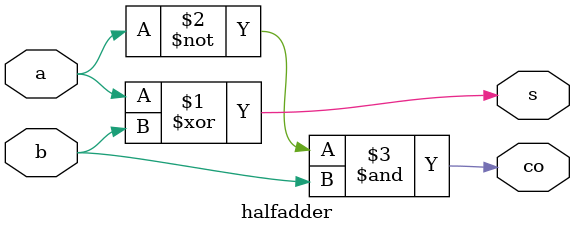
<source format=v>
module halfadder (
  input a, b,
  output co, s
);

// Declaración de señales
// ...

// Descripción del comportamiento
assign s = a ^ b; // s = a xor b
assign co = ~a & b; // a and b

endmodule

</source>
